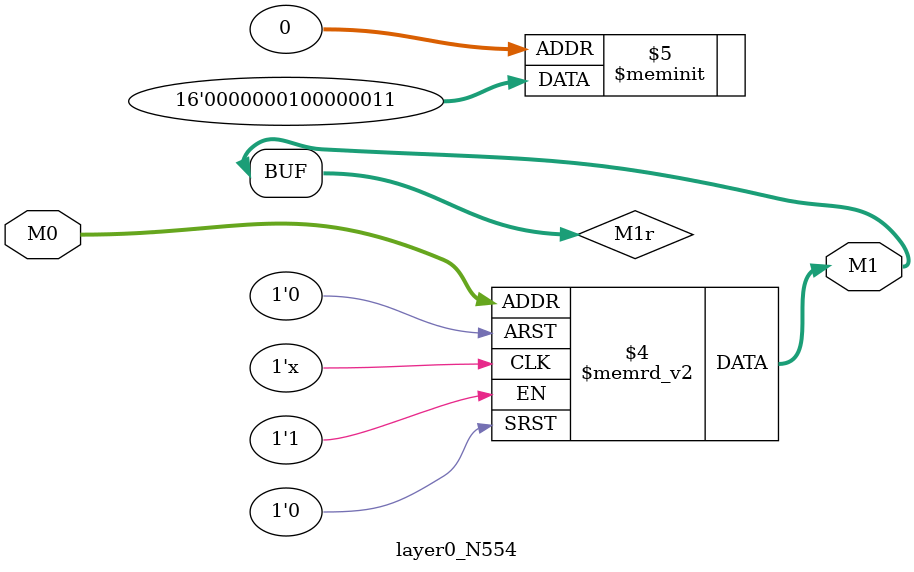
<source format=v>
module layer0_N554 ( input [2:0] M0, output [1:0] M1 );

	(*rom_style = "distributed" *) reg [1:0] M1r;
	assign M1 = M1r;
	always @ (M0) begin
		case (M0)
			3'b000: M1r = 2'b11;
			3'b100: M1r = 2'b01;
			3'b010: M1r = 2'b00;
			3'b110: M1r = 2'b00;
			3'b001: M1r = 2'b00;
			3'b101: M1r = 2'b00;
			3'b011: M1r = 2'b00;
			3'b111: M1r = 2'b00;

		endcase
	end
endmodule

</source>
